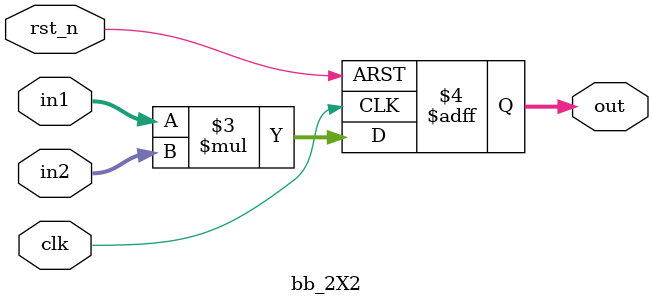
<source format=v>
module bb_2X2(
  input clk,
  input rst_n,
  input [1:0] in1,
  input [1:0] in2,
  output [3:0] out
);

reg [3:0] out;
always @ (posedge clk or negedge rst_n) begin
  if (rst_n == 1'b0) begin
    out <= 4'b0;
  end else begin
    out <= in1 * in2;
  end
end

endmodule

</source>
